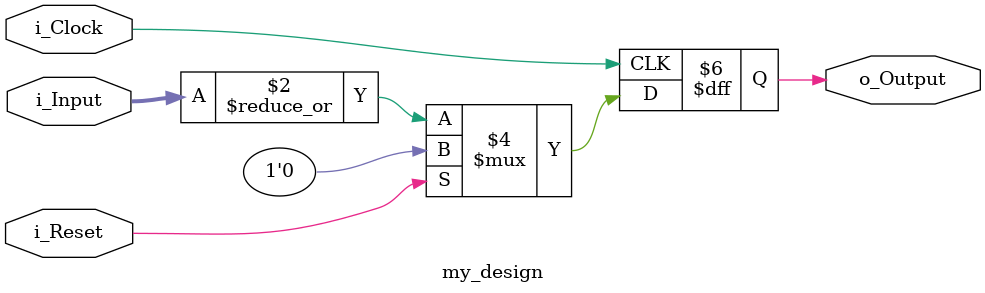
<source format=v>


// reg r_Storage;

// always @* begin
//     o_Output[0] = i_Input[0] & i_Input[1];
//     o_Output[1] = i_Input[2] | i_Input[3];

//     // This output should input signal structure as o_Output[1],
//     // or at least it should if computing o_Output[1] is expensive.
//     o_WithMoreLogic = ~o_Output[1];


//     o_Const = 1'b1;
// end

// always @ (posedge i_Clock) begin
//     r_Storage <= ~i_Input[0] & i_Input[1];
// end

// assign o_OutputFF = ~r_Storage;

// endmodule



module my_design (
    input i_Clock,
    input i_Reset,
    input [3:0] i_Input,
    output o_Output
);

// reg r_Storage;

always @ (posedge i_Clock) begin
    if (i_Reset) begin
        // r_Storage <= 0;
        o_Output <= 0;
    end
    else begin
        o_Output <= |i_Input;
        // r_Storage <= |i_Input;
        // o_Output <= ~r_Storage;
    end
end

endmodule

</source>
